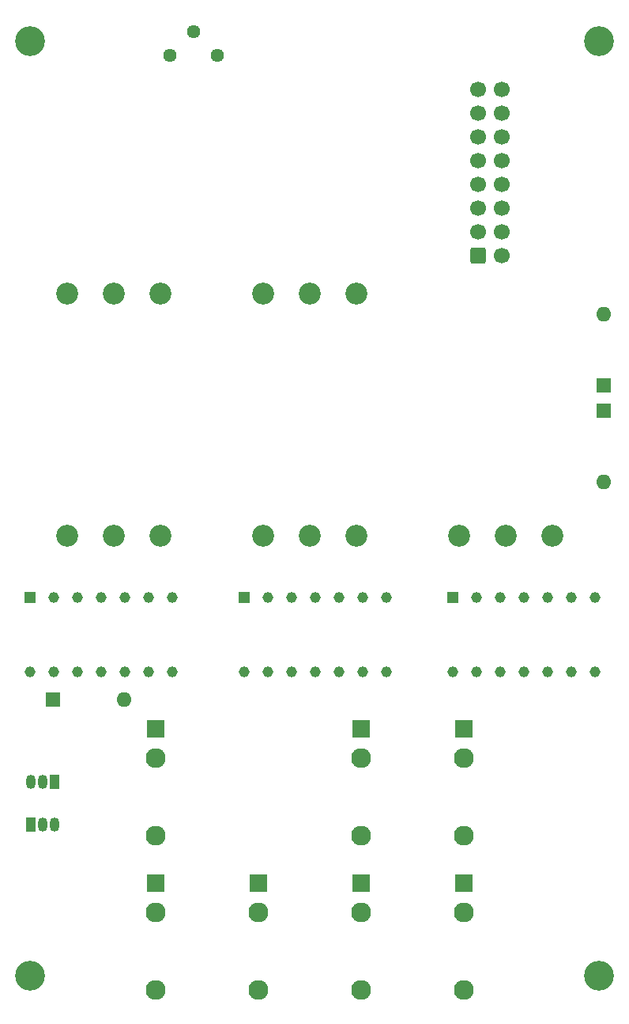
<source format=gbr>
%TF.GenerationSoftware,KiCad,Pcbnew,7.0.2*%
%TF.CreationDate,2023-05-22T18:24:12+02:00*%
%TF.ProjectId,VCO_EURORACK,56434f5f-4555-4524-9f52-41434b2e6b69,rev?*%
%TF.SameCoordinates,Original*%
%TF.FileFunction,Soldermask,Top*%
%TF.FilePolarity,Negative*%
%FSLAX46Y46*%
G04 Gerber Fmt 4.6, Leading zero omitted, Abs format (unit mm)*
G04 Created by KiCad (PCBNEW 7.0.2) date 2023-05-22 18:24:12*
%MOMM*%
%LPD*%
G01*
G04 APERTURE LIST*
G04 Aperture macros list*
%AMRoundRect*
0 Rectangle with rounded corners*
0 $1 Rounding radius*
0 $2 $3 $4 $5 $6 $7 $8 $9 X,Y pos of 4 corners*
0 Add a 4 corners polygon primitive as box body*
4,1,4,$2,$3,$4,$5,$6,$7,$8,$9,$2,$3,0*
0 Add four circle primitives for the rounded corners*
1,1,$1+$1,$2,$3*
1,1,$1+$1,$4,$5*
1,1,$1+$1,$6,$7*
1,1,$1+$1,$8,$9*
0 Add four rect primitives between the rounded corners*
20,1,$1+$1,$2,$3,$4,$5,0*
20,1,$1+$1,$4,$5,$6,$7,0*
20,1,$1+$1,$6,$7,$8,$9,0*
20,1,$1+$1,$8,$9,$2,$3,0*%
G04 Aperture macros list end*
%ADD10C,2.340000*%
%ADD11C,3.200000*%
%ADD12R,1.930000X1.830000*%
%ADD13C,2.130000*%
%ADD14C,1.440000*%
%ADD15R,1.600000X1.600000*%
%ADD16O,1.600000X1.600000*%
%ADD17RoundRect,0.250000X-0.600000X-0.600000X0.600000X-0.600000X0.600000X0.600000X-0.600000X0.600000X0*%
%ADD18C,1.700000*%
%ADD19R,1.170000X1.170000*%
%ADD20C,1.170000*%
%ADD21R,1.050000X1.500000*%
%ADD22O,1.050000X1.500000*%
G04 APERTURE END LIST*
D10*
%TO.C,RV5*%
X147380000Y-94470000D03*
X142380000Y-94470000D03*
X137380000Y-94470000D03*
%TD*%
D11*
%TO.C,REF\u002A\u002A*%
X173380000Y-141570000D03*
%TD*%
D12*
%TO.C,J3*%
X147880000Y-115170000D03*
D13*
X147880000Y-126570000D03*
X147880000Y-118270000D03*
%TD*%
D12*
%TO.C,J7*%
X147830000Y-131670000D03*
D13*
X147830000Y-143070000D03*
X147830000Y-134770000D03*
%TD*%
D11*
%TO.C,REF\u002A\u002A*%
X173380000Y-41570000D03*
%TD*%
D10*
%TO.C,RV6*%
X168380000Y-94470000D03*
X163380000Y-94470000D03*
X158380000Y-94470000D03*
%TD*%
%TO.C,RV1*%
X126380000Y-68570000D03*
X121380000Y-68570000D03*
X116380000Y-68570000D03*
%TD*%
D11*
%TO.C,REF\u002A\u002A*%
X112380000Y-41570000D03*
%TD*%
D12*
%TO.C,J4*%
X125830000Y-131670000D03*
D13*
X125830000Y-143070000D03*
X125830000Y-134770000D03*
%TD*%
D12*
%TO.C,J2*%
X125880000Y-115170000D03*
D13*
X125880000Y-126570000D03*
X125880000Y-118270000D03*
%TD*%
D10*
%TO.C,RV2*%
X147380000Y-68570000D03*
X142380000Y-68570000D03*
X137380000Y-68570000D03*
%TD*%
D12*
%TO.C,J8*%
X158880000Y-131670000D03*
D13*
X158880000Y-143070000D03*
X158880000Y-134770000D03*
%TD*%
D11*
%TO.C,REF\u002A\u002A*%
X112380000Y-141570000D03*
%TD*%
D10*
%TO.C,RV3*%
X126380000Y-94470000D03*
X121380000Y-94470000D03*
X116380000Y-94470000D03*
%TD*%
D12*
%TO.C,J6*%
X158880000Y-115170000D03*
D13*
X158880000Y-126570000D03*
X158880000Y-118270000D03*
%TD*%
D12*
%TO.C,J5*%
X136880000Y-131670000D03*
D13*
X136880000Y-143070000D03*
X136880000Y-134770000D03*
%TD*%
D14*
%TO.C,RV4*%
X132460000Y-43070000D03*
X129920000Y-40530000D03*
X127380000Y-43070000D03*
%TD*%
D15*
%TO.C,D2*%
X173880000Y-78400000D03*
D16*
X173880000Y-70780000D03*
%TD*%
D17*
%TO.C,J1*%
X160380000Y-64570000D03*
D18*
X162920000Y-64570000D03*
X160380000Y-62030000D03*
X162920000Y-62030000D03*
X160380000Y-59490000D03*
X162920000Y-59490000D03*
X160380000Y-56950000D03*
X162920000Y-56950000D03*
X160380000Y-54410000D03*
X162920000Y-54410000D03*
X160380000Y-51870000D03*
X162920000Y-51870000D03*
X160380000Y-49330000D03*
X162920000Y-49330000D03*
X160380000Y-46790000D03*
X162920000Y-46790000D03*
%TD*%
D19*
%TO.C,U1*%
X112380000Y-101130000D03*
D20*
X114920000Y-101130000D03*
X117460000Y-101130000D03*
X120000000Y-101130000D03*
X122540000Y-101130000D03*
X125080000Y-101130000D03*
X127620000Y-101130000D03*
X127620000Y-109070000D03*
X125080000Y-109070000D03*
X122540000Y-109070000D03*
X120000000Y-109070000D03*
X117460000Y-109070000D03*
X114920000Y-109070000D03*
X112380000Y-109070000D03*
%TD*%
D21*
%TO.C,Q2*%
X114980000Y-120870000D03*
D22*
X113710000Y-120870000D03*
X112440000Y-120870000D03*
%TD*%
D15*
%TO.C,D3*%
X173880000Y-81160000D03*
D16*
X173880000Y-88780000D03*
%TD*%
D19*
%TO.C,U2*%
X135300000Y-101100000D03*
D20*
X137840000Y-101100000D03*
X140380000Y-101100000D03*
X142920000Y-101100000D03*
X145460000Y-101100000D03*
X148000000Y-101100000D03*
X150540000Y-101100000D03*
X150540000Y-109040000D03*
X148000000Y-109040000D03*
X145460000Y-109040000D03*
X142920000Y-109040000D03*
X140380000Y-109040000D03*
X137840000Y-109040000D03*
X135300000Y-109040000D03*
%TD*%
D19*
%TO.C,U3*%
X157720000Y-101130000D03*
D20*
X160260000Y-101130000D03*
X162800000Y-101130000D03*
X165340000Y-101130000D03*
X167880000Y-101130000D03*
X170420000Y-101130000D03*
X172960000Y-101130000D03*
X172960000Y-109070000D03*
X170420000Y-109070000D03*
X167880000Y-109070000D03*
X165340000Y-109070000D03*
X162800000Y-109070000D03*
X160260000Y-109070000D03*
X157720000Y-109070000D03*
%TD*%
D15*
%TO.C,D1*%
X114880000Y-112070000D03*
D16*
X122500000Y-112070000D03*
%TD*%
D21*
%TO.C,Q1*%
X112440000Y-125370000D03*
D22*
X113710000Y-125370000D03*
X114980000Y-125370000D03*
%TD*%
M02*

</source>
